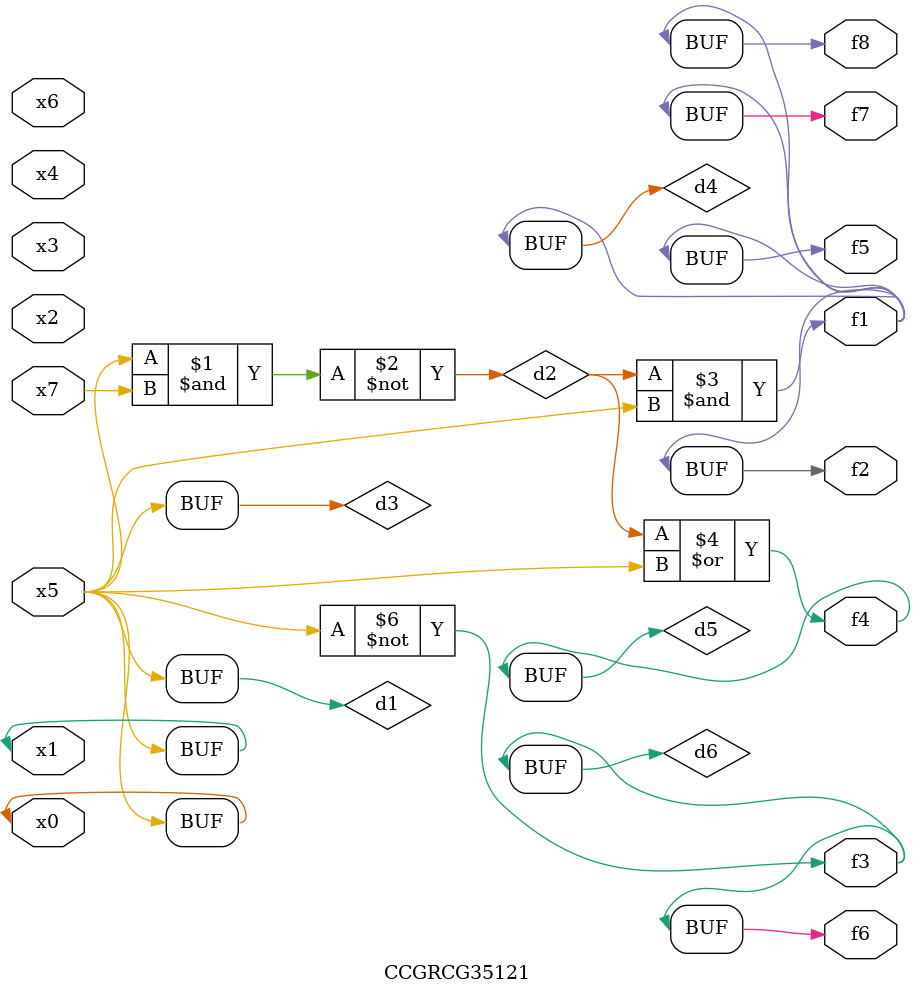
<source format=v>
module CCGRCG35121(
	input x0, x1, x2, x3, x4, x5, x6, x7,
	output f1, f2, f3, f4, f5, f6, f7, f8
);

	wire d1, d2, d3, d4, d5, d6;

	buf (d1, x0, x5);
	nand (d2, x5, x7);
	buf (d3, x0, x1);
	and (d4, d2, d3);
	or (d5, d2, d3);
	nor (d6, d1, d3);
	assign f1 = d4;
	assign f2 = d4;
	assign f3 = d6;
	assign f4 = d5;
	assign f5 = d4;
	assign f6 = d6;
	assign f7 = d4;
	assign f8 = d4;
endmodule

</source>
